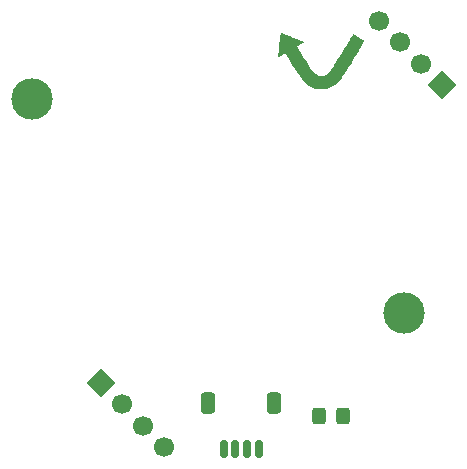
<source format=gbr>
%TF.GenerationSoftware,KiCad,Pcbnew,7.0.1*%
%TF.CreationDate,2023-11-10T16:14:48-06:00*%
%TF.ProjectId,RoundScanner,526f756e-6453-4636-916e-6e65722e6b69,1.0*%
%TF.SameCoordinates,Original*%
%TF.FileFunction,Soldermask,Bot*%
%TF.FilePolarity,Negative*%
%FSLAX46Y46*%
G04 Gerber Fmt 4.6, Leading zero omitted, Abs format (unit mm)*
G04 Created by KiCad (PCBNEW 7.0.1) date 2023-11-10 16:14:48*
%MOMM*%
%LPD*%
G01*
G04 APERTURE LIST*
G04 Aperture macros list*
%AMRoundRect*
0 Rectangle with rounded corners*
0 $1 Rounding radius*
0 $2 $3 $4 $5 $6 $7 $8 $9 X,Y pos of 4 corners*
0 Add a 4 corners polygon primitive as box body*
4,1,4,$2,$3,$4,$5,$6,$7,$8,$9,$2,$3,0*
0 Add four circle primitives for the rounded corners*
1,1,$1+$1,$2,$3*
1,1,$1+$1,$4,$5*
1,1,$1+$1,$6,$7*
1,1,$1+$1,$8,$9*
0 Add four rect primitives between the rounded corners*
20,1,$1+$1,$2,$3,$4,$5,0*
20,1,$1+$1,$4,$5,$6,$7,0*
20,1,$1+$1,$6,$7,$8,$9,0*
20,1,$1+$1,$8,$9,$2,$3,0*%
%AMHorizOval*
0 Thick line with rounded ends*
0 $1 width*
0 $2 $3 position (X,Y) of the first rounded end (center of the circle)*
0 $4 $5 position (X,Y) of the second rounded end (center of the circle)*
0 Add line between two ends*
20,1,$1,$2,$3,$4,$5,0*
0 Add two circle primitives to create the rounded ends*
1,1,$1,$2,$3*
1,1,$1,$4,$5*%
%AMRotRect*
0 Rectangle, with rotation*
0 The origin of the aperture is its center*
0 $1 length*
0 $2 width*
0 $3 Rotation angle, in degrees counterclockwise*
0 Add horizontal line*
21,1,$1,$2,0,0,$3*%
G04 Aperture macros list end*
%ADD10C,3.500000*%
%ADD11RotRect,1.700000X1.700000X45.000000*%
%ADD12HorizOval,1.700000X0.000000X0.000000X0.000000X0.000000X0*%
%ADD13RotRect,1.700000X1.700000X225.000000*%
%ADD14HorizOval,1.700000X0.000000X0.000000X0.000000X0.000000X0*%
%ADD15RoundRect,0.250000X0.325000X0.450000X-0.325000X0.450000X-0.325000X-0.450000X0.325000X-0.450000X0*%
%ADD16RoundRect,0.150000X-0.150000X-0.625000X0.150000X-0.625000X0.150000X0.625000X-0.150000X0.625000X0*%
%ADD17RoundRect,0.250000X-0.350000X-0.650000X0.350000X-0.650000X0.350000X0.650000X-0.350000X0.650000X0*%
G04 APERTURE END LIST*
%TO.C,LOGO2*%
G36*
X93225799Y-91956450D02*
G01*
X93259465Y-91968338D01*
X93311439Y-91987441D01*
X93379782Y-92013009D01*
X93462555Y-92044290D01*
X93557820Y-92080531D01*
X93663639Y-92120981D01*
X93778072Y-92164888D01*
X93899182Y-92211501D01*
X94025029Y-92260068D01*
X94153676Y-92309837D01*
X94283183Y-92360056D01*
X94411613Y-92409974D01*
X94537027Y-92458838D01*
X94657486Y-92505898D01*
X94771051Y-92550402D01*
X94875785Y-92591597D01*
X94969749Y-92628732D01*
X95051003Y-92661055D01*
X95117611Y-92687815D01*
X95167632Y-92708259D01*
X95199129Y-92721637D01*
X95210163Y-92727196D01*
X95209268Y-92728663D01*
X95193739Y-92740778D01*
X95160869Y-92762951D01*
X95113191Y-92793571D01*
X95053239Y-92831030D01*
X94983547Y-92873715D01*
X94906651Y-92920019D01*
X94881880Y-92934853D01*
X94807049Y-92980168D01*
X94740271Y-93021348D01*
X94684070Y-93056787D01*
X94640969Y-93084879D01*
X94613491Y-93104018D01*
X94604159Y-93112596D01*
X94608994Y-93123081D01*
X94625220Y-93152831D01*
X94651580Y-93199150D01*
X94686783Y-93259880D01*
X94729543Y-93332858D01*
X94778569Y-93415926D01*
X94832574Y-93506921D01*
X94890269Y-93603685D01*
X94950365Y-93704056D01*
X95011573Y-93805874D01*
X95072604Y-93906979D01*
X95132171Y-94005210D01*
X95188984Y-94098407D01*
X95241755Y-94184409D01*
X95289195Y-94261055D01*
X95314433Y-94301493D01*
X95398227Y-94434215D01*
X95481592Y-94564032D01*
X95562834Y-94688416D01*
X95640261Y-94804838D01*
X95712180Y-94910770D01*
X95776897Y-95003685D01*
X95832721Y-95081053D01*
X95877957Y-95140346D01*
X95985427Y-95267696D01*
X96103355Y-95388970D01*
X96218612Y-95487095D01*
X96331809Y-95562351D01*
X96443552Y-95615018D01*
X96554453Y-95645375D01*
X96665118Y-95653704D01*
X96776157Y-95640285D01*
X96888178Y-95605398D01*
X96966274Y-95569146D01*
X97061690Y-95511073D01*
X97156298Y-95437357D01*
X97251616Y-95346526D01*
X97349162Y-95237108D01*
X97450454Y-95107629D01*
X97557010Y-94956617D01*
X97580572Y-94921342D01*
X97627751Y-94849181D01*
X97685475Y-94759471D01*
X97752608Y-94654054D01*
X97828011Y-94534770D01*
X97910547Y-94403461D01*
X97999078Y-94261967D01*
X98092468Y-94112129D01*
X98189578Y-93955787D01*
X98289271Y-93794782D01*
X98390410Y-93630956D01*
X98491857Y-93466149D01*
X98592475Y-93302201D01*
X98691126Y-93140955D01*
X98786673Y-92984249D01*
X98877978Y-92833926D01*
X98963905Y-92691825D01*
X99043314Y-92559789D01*
X99115070Y-92439657D01*
X99178034Y-92333270D01*
X99219509Y-92263294D01*
X99259139Y-92197485D01*
X99293450Y-92141588D01*
X99320761Y-92098311D01*
X99339388Y-92070360D01*
X99347650Y-92060442D01*
X99355420Y-92064082D01*
X99382189Y-92078560D01*
X99425901Y-92102948D01*
X99484434Y-92136039D01*
X99555670Y-92176630D01*
X99637488Y-92223515D01*
X99727768Y-92275490D01*
X99824390Y-92331350D01*
X99834530Y-92337224D01*
X99943547Y-92400450D01*
X100033649Y-92452933D01*
X100106564Y-92495803D01*
X100164017Y-92530189D01*
X100207735Y-92557220D01*
X100239444Y-92578024D01*
X100260870Y-92593731D01*
X100273741Y-92605470D01*
X100279781Y-92614368D01*
X100280718Y-92621557D01*
X100278278Y-92628163D01*
X100263900Y-92654554D01*
X100237562Y-92701841D01*
X100201815Y-92765388D01*
X100158028Y-92842803D01*
X100107568Y-92931693D01*
X100051803Y-93029665D01*
X99992101Y-93134325D01*
X99929829Y-93243282D01*
X99866355Y-93354142D01*
X99803048Y-93464512D01*
X99741274Y-93572000D01*
X99682401Y-93674212D01*
X99627798Y-93768756D01*
X99578832Y-93853239D01*
X99536870Y-93925267D01*
X99515434Y-93961903D01*
X99357554Y-94229731D01*
X99208473Y-94478870D01*
X99066633Y-94711835D01*
X98930474Y-94931141D01*
X98798438Y-95139303D01*
X98668964Y-95338836D01*
X98540493Y-95532255D01*
X98520065Y-95562570D01*
X98435880Y-95685290D01*
X98360225Y-95791280D01*
X98290401Y-95883911D01*
X98223710Y-95966554D01*
X98157454Y-96042582D01*
X98088935Y-96115364D01*
X98015455Y-96188273D01*
X97964403Y-96236095D01*
X97800366Y-96371436D01*
X97629375Y-96484826D01*
X97449561Y-96577135D01*
X97259059Y-96649231D01*
X97056000Y-96701985D01*
X96838519Y-96736264D01*
X96823291Y-96737852D01*
X96745095Y-96743387D01*
X96653739Y-96746600D01*
X96556632Y-96747493D01*
X96461177Y-96746064D01*
X96374783Y-96742315D01*
X96304855Y-96736246D01*
X96260042Y-96730232D01*
X96085364Y-96695455D01*
X95919661Y-96643165D01*
X95761518Y-96572439D01*
X95609517Y-96482356D01*
X95462241Y-96371994D01*
X95318272Y-96240432D01*
X95176193Y-96086746D01*
X95034587Y-95910017D01*
X94980049Y-95835991D01*
X94901429Y-95725354D01*
X94813888Y-95598552D01*
X94719085Y-95458196D01*
X94618681Y-95306896D01*
X94514336Y-95147263D01*
X94407709Y-94981908D01*
X94300461Y-94813442D01*
X94194250Y-94644475D01*
X94090737Y-94477618D01*
X93991582Y-94315483D01*
X93898445Y-94160679D01*
X93812985Y-94015818D01*
X93736862Y-93883510D01*
X93671737Y-93766367D01*
X93670048Y-93763280D01*
X93648478Y-93727010D01*
X93630116Y-93701383D01*
X93618777Y-93691775D01*
X93616277Y-93692615D01*
X93596411Y-93702728D01*
X93559562Y-93723097D01*
X93508365Y-93752215D01*
X93445459Y-93788572D01*
X93373479Y-93830660D01*
X93295063Y-93876970D01*
X93264496Y-93895091D01*
X93189009Y-93939685D01*
X93121468Y-93979365D01*
X93064403Y-94012660D01*
X93020347Y-94038095D01*
X92991831Y-94054197D01*
X92981386Y-94059494D01*
X92982102Y-94049490D01*
X92985120Y-94017248D01*
X92990308Y-93964411D01*
X92997490Y-93892683D01*
X93006494Y-93803769D01*
X93017144Y-93699374D01*
X93029267Y-93581204D01*
X93042688Y-93450962D01*
X93057235Y-93310355D01*
X93072733Y-93161086D01*
X93089007Y-93004861D01*
X93105740Y-92845254D01*
X93125943Y-92654989D01*
X93143986Y-92488127D01*
X93159900Y-92344397D01*
X93173719Y-92223525D01*
X93185473Y-92125241D01*
X93195195Y-92049271D01*
X93202917Y-91995343D01*
X93208670Y-91963185D01*
X93212487Y-91952524D01*
X93225799Y-91956450D01*
G37*
%TD*%
D10*
%TO.C,H2*%
X72136000Y-97556000D03*
%TD*%
%TO.C,H1*%
X103632000Y-115717000D03*
%TD*%
D11*
%TO.C,J4*%
X106881000Y-96369000D03*
D12*
X105084949Y-94572949D03*
X103288898Y-92776898D03*
X101492846Y-90980846D03*
%TD*%
D13*
%TO.C,J1*%
X77975672Y-121628317D03*
D14*
X79771723Y-123424368D03*
X81567774Y-125220419D03*
X83363826Y-127016471D03*
%TD*%
D15*
%TO.C,D2*%
X98481000Y-124369000D03*
X96431000Y-124369000D03*
%TD*%
D16*
%TO.C,J3*%
X88381000Y-127169000D03*
X89381000Y-127169000D03*
X90381000Y-127169000D03*
X91381000Y-127169000D03*
D17*
X87081000Y-123294000D03*
X92681000Y-123294000D03*
%TD*%
M02*

</source>
